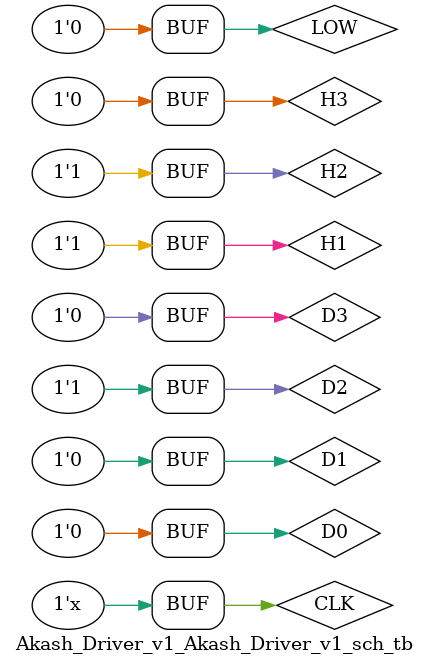
<source format=v>

`timescale 1ns / 1ps

module Akash_Driver_v1_Akash_Driver_v1_sch_tb();

// Inputs
   reg LOW;
   reg H3;
   reg H2;
   reg H1;
   reg D3;
   reg D2;
   reg D1;
   reg D0;
   reg CLK;

// Output
   wire A_OUT;
   wire AA_OUT;
   wire B_OUT;
   wire CC_OUT;
   wire C_OUT;
   wire BB_OUT;

// Bidirs

// Instantiate the UUT
   Akash_Driver_v1 UUT (
		.LOW(LOW), 
		.H3(H3), 
		.H2(H2), 
		.H1(H1), 
		.A_OUT(A_OUT), 
		.AA_OUT(AA_OUT), 
		.B_OUT(B_OUT), 
		.CC_OUT(CC_OUT), 
		.C_OUT(C_OUT), 
		.BB_OUT(BB_OUT), 
		.D3(D3), 
		.D2(D2), 
		.D1(D1), 
		.D0(D0), 
		.CLK(CLK)
   );
// Initialize Inputs
     initial begin
		LOW = 0;
		H3 = 0;
		H2 = 0;
		H1 = 0;
		D3 = 0;
		D2 = 1;
		D1 = 0;
		D0 = 0;
		CLK = 1;
   end
	always begin
	#10;
	CLK=~CLK;
	end
	always begin
	H1=1;
	#2000;
	H1=0;
	#3000;
	H1=1;
	#1000;	
	end
	always begin
	H2=0;
	#3000;
	H2=1;
	#3000;
	end
	always begin
	H3=0;
	#1000;
	H3=1;
	#3000;
	H3=0;
	#2000;
	end
endmodule

</source>
